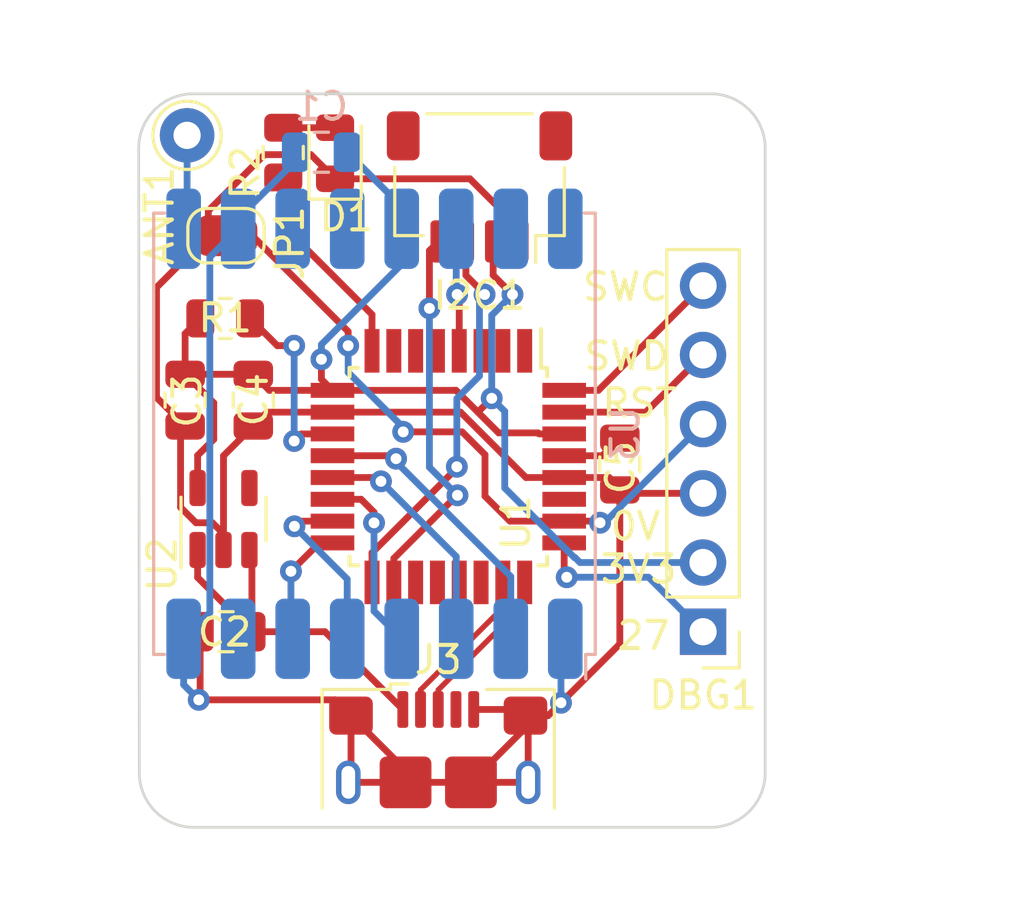
<source format=kicad_pcb>
(kicad_pcb (version 20221018) (generator pcbnew)
  (layers (0 "F.Cu" signal) (31 "B.Cu" signal) (34 "B.Paste" user) (35 "F.Paste" user) (36 "B.SilkS" user "B.Silkscreen") (37 "F.SilkS" user "F.Silkscreen") (38 "B.Mask" user) (39 "F.Mask" user) (44 "Edge.Cuts" user))
  (net 0 "")
  (net 1 "+5V")
  (net 2 "GND")
  (net 3 "+3.3V")
  (net 4 "Net-(U1-VDDCORE)")
  (net 5 "/SWDIO")
  (net 6 "/SDA")
  (net 7 "/SCL")
  (net 8 "/D-")
  (net 9 "/D+")
  (net 20 "/RESET")
  (net 21 "/PA27")
  (net 22 "/SWCLK")
  (net 24 "/MISO")
  (net 25 "/MOSI")
  (net 26 "/SCK")
  (net 27 "/CSN")
  (net 28 "/RST")
  (net 30 "/ANT")
  (net 33 "/INTR")
  (net 36 "Net-(D1-A)")
  (net 38 "Net-(U1-PA08)")
  (net 39 "Net-(U1-PA07)")
  (footprint "Jumper:SolderJumper-2_P1.3mm_Open_RoundedPad1.0x1.5mm" (layer "F.Cu") (at 133 84.963)
    (fp_text reference "JP1" (at 2.3312 0.2794 90) (layer "F.SilkS"))
    (fp_text value "SolderJumper_2_Open")
    (fp_line (start -1.4 0.3) (end -1.4 -0.3) (stroke (width 0.12)) (layer "F.SilkS"))
    (fp_line (start -0.7 -1) (end 0.7 -1) (stroke (width 0.12)) (layer "F.SilkS"))
    (fp_line (start 0.7 1) (end -0.7 1) (stroke (width 0.12)) (layer "F.SilkS"))
    (fp_line (start 1.4 -0.3) (end 1.4 0.3) (stroke (width 0.12)) (layer "F.SilkS"))
    (fp_arc (start -1.4 -0.3) (mid -1.194975 -0.794975) (end -0.7 -1) (stroke (width 0.12)) (layer "F.SilkS"))
    (fp_arc (start -0.7 1) (mid -1.194975 0.794975) (end -1.4 0.3) (stroke (width 0.12)) (layer "F.SilkS"))
    (fp_arc (start 0.7 -1) (mid 1.194975 -0.794975) (end 1.4 -0.3) (stroke (width 0.12)) (layer "F.SilkS"))
    (fp_arc (start 1.4 0.3) (mid 1.194975 0.794975) (end 0.7 1) (stroke (width 0.12)) (layer "F.SilkS"))
    (pad "1" smd custom (at -0.65 0) (size 1 0.5) (layers "F.Cu" "F.Mask") (net 2 "GND") (options (clearance outline) (anchor rect)) (primitives (gr_circle (center 0 0.25) (end 0.5 0.25) (width 0) (fill yes)) (gr_circle (center 0 -0.25) (end 0.5 -0.25) (width 0) (fill yes)) (gr_poly (pts (xy 0.5 0.75) (xy 0 0.75) (xy 0 -0.75) (xy 0.5 -0.75)) (width 0) (fill yes))))
    (pad "2" smd custom (at 0.65 0) (size 1 0.5) (layers "F.Cu" "F.Mask") (net 20 "/RESET") (options (clearance outline) (anchor rect)) (primitives (gr_circle (center 0 0.25) (end 0.5 0.25) (width 0) (fill yes)) (gr_circle (center 0 -0.25) (end 0.5 -0.25) (width 0) (fill yes)) (gr_poly (pts (xy 0 0.75) (xy -0.5 0.75) (xy -0.5 -0.75) (xy 0 -0.75)) (width 0) (fill yes))))
  )
  (footprint "Capacitor_SMD:C_0805_2012Metric" (layer "F.Cu") (at 133 99.5 180)
    (fp_text reference "C2" (at 0.0564 -0.0172) (layer "F.SilkS"))
    (fp_text value "10uF")
    (fp_line (start -0.261252 -0.735) (end 0.261252 -0.735) (stroke (width 0.12)) (layer "F.SilkS"))
    (fp_line (start -0.261252 0.735) (end 0.261252 0.735) (stroke (width 0.12)) (layer "F.SilkS"))
    (pad "1" smd roundrect (at -0.95 0 180) (size 1 1.45) (layers "F.Cu" "F.Paste" "F.Mask") (net 1 "+5V"))
    (pad "2" smd roundrect (at 0.95 0 180) (size 1 1.45) (layers "F.Cu" "F.Paste" "F.Mask") (net 2 "GND"))
  )
  (footprint "Connector_Pin:Pin_D1.0mm_L10.0mm" (layer "F.Cu") (at 131.572 81.28)
    (fp_text reference "ANT1" (at -1.016 2.9464 90) (layer "F.SilkS"))
    (fp_text value "Conn_01x01_Pin")
    (fp_circle (center 0 0) (end 1.25 0.05) (stroke (width 0.12)) (fill none) (layer "F.SilkS"))
    (pad "1" thru_hole circle (at 0 0) (size 2 2) (drill 1) (layers "*.Cu" "*.Mask") (net 30 "/ANT"))
  )
  (footprint "Resistor_SMD:R_0805_2012Metric" (layer "F.Cu") (at 135.1 81.9125 -90)
    (fp_text reference "R2" (at 0.7391 1.3944 90) (layer "F.SilkS"))
    (fp_text value "5.1k")
    (fp_line (start -0.227064 -0.735) (end 0.227064 -0.735) (stroke (width 0.12)) (layer "F.SilkS"))
    (fp_line (start -0.227064 0.735) (end 0.227064 0.735) (stroke (width 0.12)) (layer "F.SilkS"))
    (pad "1" smd roundrect (at -0.9125 0 270) (size 1.025 1.4) (layers "F.Cu" "F.Paste" "F.Mask") (roundrect_rratio 0.243902) (net 36 "Net-(D1-A)"))
    (pad "2" smd roundrect (at 0.9125 0 270) (size 1.025 1.4) (layers "F.Cu" "F.Paste" "F.Mask") (roundrect_rratio 0.243902) (net 39 "Net-(U1-PA07)"))
  )
  (footprint "MountingHole:MountingHole_2.2mm_M2" (layer "F.Cu") (at 150 104)
    (fp_text reference "H3" hide)
    (fp_text value "MountingHole")
    (pad "" np_thru_hole circle (at 0 0) (size 2.2 2.2) (drill 2.2) (layers "*.Cu" "*.Mask"))
  )
  (footprint "LED_SMD:LED_0805_2012Metric" (layer "F.Cu") (at 137 81.9375 90)
    (fp_text reference "D1" (at -2.3397 0.414 180) (layer "F.SilkS"))
    (fp_text value "LED")
    (fp_line (start -1.685 -0.96) (end -1.685 0.96) (stroke (width 0.12)) (layer "F.SilkS"))
    (fp_line (start -1.685 0.96) (end 1 0.96) (stroke (width 0.12)) (layer "F.SilkS"))
    (fp_line (start 1 -0.96) (end -1.685 -0.96) (stroke (width 0.12)) (layer "F.SilkS"))
    (pad "1" smd roundrect (at -0.9375 0 90) (size 0.975 1.4) (layers "F.Cu" "F.Paste" "F.Mask") (net 2 "GND"))
    (pad "2" smd roundrect (at 0.9375 0 90) (size 0.975 1.4) (layers "F.Cu" "F.Paste" "F.Mask") (net 36 "Net-(D1-A)"))
  )
  (footprint "Resistor_SMD:R_0805_2012Metric" (layer "F.Cu") (at 132.969 88)
    (fp_text reference "R1" (at 0 -0.0144) (layer "F.SilkS"))
    (fp_text value "5.1k")
    (fp_line (start -0.227064 -0.735) (end 0.227064 -0.735) (stroke (width 0.12)) (layer "F.SilkS"))
    (fp_line (start -0.227064 0.735) (end 0.227064 0.735) (stroke (width 0.12)) (layer "F.SilkS"))
    (pad "1" smd roundrect (at -0.9125 0) (size 1.025 1.4) (layers "F.Cu" "F.Paste" "F.Mask") (roundrect_rratio 0.243902) (net 3 "+3.3V"))
    (pad "2" smd roundrect (at 0.9125 0) (size 1.025 1.4) (layers "F.Cu" "F.Paste" "F.Mask") (roundrect_rratio 0.243902) (net 38 "Net-(U1-PA08)"))
  )
  (footprint "Capacitor_SMD:C_0805_2012Metric" (layer "F.Cu") (at 147.447 93.345 -90)
    (fp_text reference "C5" (at 0.127 -0.0254 90) (layer "F.SilkS"))
    (fp_text value "1uF")
    (fp_line (start -0.261252 -0.735) (end 0.261252 -0.735) (stroke (width 0.12)) (layer "F.SilkS"))
    (fp_line (start -0.261252 0.735) (end 0.261252 0.735) (stroke (width 0.12)) (layer "F.SilkS"))
    (pad "1" smd roundrect (at -0.95 0 270) (size 1 1.45) (layers "F.Cu" "F.Paste" "F.Mask") (net 4 "Net-(U1-VDDCORE)"))
    (pad "2" smd roundrect (at 0.95 0 270) (size 1 1.45) (layers "F.Cu" "F.Paste" "F.Mask") (net 2 "GND"))
  )
  (footprint "Connector_PinHeader_2.54mm:PinHeader_1x06_P2.54mm_Vertical" (layer "F.Cu") (at 150.5 99.5 180)
    (fp_text reference "DBG1" (at 0 -2.33) (layer "F.SilkS"))
    (fp_text value "Conn_01x06_Pin")
    (fp_line (start -1.33 -1.33) (end 0 -1.33) (stroke (width 0.12)) (layer "F.SilkS"))
    (fp_line (start -1.33 0) (end -1.33 -1.33) (stroke (width 0.12)) (layer "F.SilkS"))
    (fp_line (start -1.33 1.27) (end -1.33 14.03) (stroke (width 0.12)) (layer "F.SilkS"))
    (fp_line (start -1.33 1.27) (end 1.33 1.27) (stroke (width 0.12)) (layer "F.SilkS"))
    (fp_line (start -1.33 14.03) (end 1.33 14.03) (stroke (width 0.12)) (layer "F.SilkS"))
    (fp_line (start 1.33 1.27) (end 1.33 14.03) (stroke (width 0.12)) (layer "F.SilkS"))
    (pad "1" thru_hole rect (at 0 0 180) (size 1.7 1.7) (drill 1) (layers "*.Cu" "*.Mask") (net 21 "/PA27"))
    (pad "2" thru_hole oval (at 0 2.54 180) (size 1.7 1.7) (drill 1) (layers "*.Cu" "*.Mask") (net 3 "+3.3V"))
    (pad "3" thru_hole oval (at 0 5.08 180) (size 1.7 1.7) (drill 1) (layers "*.Cu" "*.Mask") (net 2 "GND"))
    (pad "4" thru_hole oval (at 0 7.62 180) (size 1.7 1.7) (drill 1) (layers "*.Cu" "*.Mask") (net 20 "/RESET"))
    (pad "5" thru_hole oval (at 0 10.16 180) (size 1.7 1.7) (drill 1) (layers "*.Cu" "*.Mask") (net 5 "/SWDIO"))
    (pad "6" thru_hole oval (at 0 12.7 180) (size 1.7 1.7) (drill 1) (layers "*.Cu" "*.Mask") (net 22 "/SWCLK"))
  )
  (footprint "Package_TO_SOT_SMD:SOT-23-5" (layer "F.Cu") (at 132.908 95.3625 90)
    (fp_text reference "U2" (at -1.6655 -2.2504 90) (layer "F.SilkS"))
    (fp_text value "AP2112K-3.3")
    (fp_line (start 0 -1.56) (end -1.8 -1.56) (stroke (width 0.12)) (layer "F.SilkS"))
    (fp_line (start 0 -1.56) (end 0.8 -1.56) (stroke (width 0.12)) (layer "F.SilkS"))
    (fp_line (start 0 1.56) (end -0.8 1.56) (stroke (width 0.12)) (layer "F.SilkS"))
    (fp_line (start 0 1.56) (end 0.8 1.56) (stroke (width 0.12)) (layer "F.SilkS"))
    (pad "1" smd roundrect (at -1.1375 -0.95 90) (size 1.325 0.6) (layers "F.Cu" "F.Paste" "F.Mask") (net 1 "+5V"))
    (pad "2" smd roundrect (at -1.1375 0 90) (size 1.325 0.6) (layers "F.Cu" "F.Paste" "F.Mask") (net 2 "GND"))
    (pad "3" smd roundrect (at -1.1375 0.95 90) (size 1.325 0.6) (layers "F.Cu" "F.Paste" "F.Mask") (net 1 "+5V"))
    (pad "4" smd roundrect (at 1.1375 0.95 90) (size 1.325 0.6) (layers "F.Cu" "F.Paste" "F.Mask"))
    (pad "5" smd roundrect (at 1.1375 -0.95 90) (size 1.325 0.6) (layers "F.Cu" "F.Paste" "F.Mask") (net 3 "+3.3V"))
  )
  (footprint "MountingHole:MountingHole_2.2mm_M2" (layer "F.Cu") (at 150 82.5)
    (fp_text reference "H1" hide)
    (fp_text value "MountingHole")
    (pad "" np_thru_hole circle (at 0 0) (size 2.2 2.2) (drill 2.2) (layers "*.Cu" "*.Mask"))
  )
  (footprint "Connector_USB:USB_Micro-B_Amphenol_10118193-0001LF_Horizontal" (layer "F.Cu") (at 140.786 105.029)
    (fp_text reference "J3" (at 0 -4.5) (layer "F.SilkS"))
    (fp_text value "USB_B_Micro")
    (fp_line (start -4.26 -3.41) (end -4.26 0.95) (stroke (width 0.12)) (layer "F.SilkS"))
    (fp_line (start -4.26 -3.41) (end -1.76 -3.41) (stroke (width 0.12)) (layer "F.SilkS"))
    (fp_line (start -1.76 -3.41) (end -1.76 -3.61) (stroke (width 0.12)) (layer "F.SilkS"))
    (fp_line (start -1.1 -3.61) (end -1.76 -3.61) (stroke (width 0.12)) (layer "F.SilkS"))
    (fp_line (start 1.76 -3.41) (end 4.26 -3.41) (stroke (width 0.12)) (layer "F.SilkS"))
    (fp_line (start 4.26 -3.41) (end 4.26 0.95) (stroke (width 0.12)) (layer "F.SilkS"))
    (pad "1" smd roundrect (at -1.3 -2.675) (size 0.4 1.35) (layers "F.Cu" "F.Paste" "F.Mask") (net 1 "+5V"))
    (pad "2" smd roundrect (at -0.65 -2.675) (size 0.4 1.35) (layers "F.Cu" "F.Paste" "F.Mask") (net 8 "/D-"))
    (pad "3" smd roundrect (at 0 -2.675) (size 0.4 1.35) (layers "F.Cu" "F.Paste" "F.Mask") (net 9 "/D+"))
    (pad "4" smd roundrect (at 0.65 -2.675) (size 0.4 1.35) (layers "F.Cu" "F.Paste" "F.Mask"))
    (pad "5" smd roundrect (at 1.3 -2.675) (size 0.4 1.35) (layers "F.Cu" "F.Paste" "F.Mask") (net 2 "GND"))
    (pad "6" thru_hole oval (at -3.3 0 90) (size 1.6 0.9) (drill oval 1.2 0.5) (layers "*.Cu" "*.Mask" "F.Paste") (net 2 "GND"))
    (pad "6" smd roundrect (at -3.2 -2.45) (size 1.6 1.4) (layers "F.Cu" "F.Paste" "F.Mask") (roundrect_rratio 0.1785714286) (net 2 "GND"))
    (pad "6" smd roundrect (at -1.2 0) (size 1.9 1.9) (layers "F.Cu" "F.Paste" "F.Mask") (roundrect_rratio 0.1315789474) (net 2 "GND"))
    (pad "6" smd roundrect (at 1.2 0) (size 1.9 1.9) (layers "F.Cu" "F.Paste" "F.Mask") (roundrect_rratio 0.1315789474) (net 2 "GND"))
    (pad "6" smd roundrect (at 3.2 -2.45) (size 1.6 1.4) (layers "F.Cu" "F.Paste" "F.Mask") (roundrect_rratio 0.1785714286) (net 2 "GND"))
    (pad "6" thru_hole oval (at 3.3 0 90) (size 1.6 0.9) (drill oval 1.2 0.5) (layers "*.Cu" "*.Mask" "F.Paste") (net 2 "GND"))
  )
  (footprint "MountingHole:MountingHole_2.2mm_M2" (layer "F.Cu") (at 132.5 104)
    (fp_text reference "H4" hide)
    (fp_text value "MountingHole")
    (pad "" np_thru_hole circle (at 0 0) (size 2.2 2.2) (drill 2.2) (layers "*.Cu" "*.Mask"))
  )
  (footprint "Connector_JST:JST_SH_SM04B-SRSS-TB_1x04-1MP_P1.00mm_Horizontal" (layer "F.Cu") (at 142.3 83.175 180)
    (fp_text reference "I2C1" (at 0 -3.98) (layer "F.SilkS"))
    (fp_text value "Conn_01x04")
    (fp_line (start -3.11 -1.785) (end -2.06 -1.785) (stroke (width 0.12)) (layer "F.SilkS"))
    (fp_line (start -3.11 0.715) (end -3.11 -1.785) (stroke (width 0.12)) (layer "F.SilkS"))
    (fp_line (start -2.06 -1.785) (end -2.06 -2.775) (stroke (width 0.12)) (layer "F.SilkS"))
    (fp_line (start -1.94 2.685) (end 1.94 2.685) (stroke (width 0.12)) (layer "F.SilkS"))
    (fp_line (start 3.11 -1.785) (end 2.06 -1.785) (stroke (width 0.12)) (layer "F.SilkS"))
    (fp_line (start 3.11 0.715) (end 3.11 -1.785) (stroke (width 0.12)) (layer "F.SilkS"))
    (pad "1" smd roundrect (at -1.5 -2 180) (size 0.6 1.55) (layers "F.Cu" "F.Paste" "F.Mask") (net 2 "GND"))
    (pad "2" smd roundrect (at -0.5 -2 180) (size 0.6 1.55) (layers "F.Cu" "F.Paste" "F.Mask") (net 3 "+3.3V"))
    (pad "3" smd roundrect (at 0.5 -2 180) (size 0.6 1.55) (layers "F.Cu" "F.Paste" "F.Mask") (net 6 "/SDA"))
    (pad "4" smd roundrect (at 1.5 -2 180) (size 0.6 1.55) (layers "F.Cu" "F.Paste" "F.Mask") (net 7 "/SCL"))
    (pad "MP" smd roundrect (at -2.8 1.875 180) (size 1.2 1.8) (layers "F.Cu" "F.Paste" "F.Mask") (roundrect_rratio 0.208333))
    (pad "MP" smd roundrect (at 2.8 1.875 180) (size 1.2 1.8) (layers "F.Cu" "F.Paste" "F.Mask") (roundrect_rratio 0.208333))
  )
  (footprint "Capacitor_SMD:C_0805_2012Metric" (layer "F.Cu") (at 134 91 -90)
    (fp_text reference "C4" (at -0.0172 -0.0104 90) (layer "F.SilkS"))
    (fp_text value "1uF")
    (fp_line (start -0.261252 -0.735) (end 0.261252 -0.735) (stroke (width 0.12)) (layer "F.SilkS"))
    (fp_line (start -0.261252 0.735) (end 0.261252 0.735) (stroke (width 0.12)) (layer "F.SilkS"))
    (pad "1" smd roundrect (at -0.95 0 270) (size 1 1.45) (layers "F.Cu" "F.Paste" "F.Mask") (net 3 "+3.3V"))
    (pad "2" smd roundrect (at 0.95 0 270) (size 1 1.45) (layers "F.Cu" "F.Paste" "F.Mask") (net 2 "GND"))
  )
  (footprint "Package_QFP:TQFP-32_7x7mm_P0.8mm" (layer "F.Cu") (at 141.156 93.44 -90)
    (fp_text reference "U1" (at 2.064 -2.481 90) (layer "F.SilkS"))
    (fp_text value "ATSAMD21E18A-A")
    (fp_line (start -3.625 -3.625) (end -3.625 -3.4) (stroke (width 0.15)) (layer "F.SilkS"))
    (fp_line (start -3.625 -3.625) (end -3.3 -3.625) (stroke (width 0.15)) (layer "F.SilkS"))
    (fp_line (start -3.625 -3.4) (end -5.05 -3.4) (stroke (width 0.15)) (layer "F.SilkS"))
    (fp_line (start -3.625 3.625) (end -3.625 3.3) (stroke (width 0.15)) (layer "F.SilkS"))
    (fp_line (start -3.625 3.625) (end -3.3 3.625) (stroke (width 0.15)) (layer "F.SilkS"))
    (fp_line (start 3.625 -3.625) (end 3.3 -3.625) (stroke (width 0.15)) (layer "F.SilkS"))
    (fp_line (start 3.625 -3.625) (end 3.625 -3.3) (stroke (width 0.15)) (layer "F.SilkS"))
    (fp_line (start 3.625 3.625) (end 3.3 3.625) (stroke (width 0.15)) (layer "F.SilkS"))
    (fp_line (start 3.625 3.625) (end 3.625 3.3) (stroke (width 0.15)) (layer "F.SilkS"))
    (pad "1" smd rect (at -4.25 -2.8 270) (size 1.6 0.55) (layers "F.Cu" "F.Paste" "F.Mask"))
    (pad "2" smd rect (at -4.25 -2 270) (size 1.6 0.55) (layers "F.Cu" "F.Paste" "F.Mask"))
    (pad "3" smd rect (at -4.25 -1.2 270) (size 1.6 0.55) (layers "F.Cu" "F.Paste" "F.Mask"))
    (pad "4" smd rect (at -4.25 -0.4 270) (size 1.6 0.55) (layers "F.Cu" "F.Paste" "F.Mask") (net 33 "/INTR"))
    (pad "5" smd rect (at -4.25 0.4 270) (size 1.6 0.55) (layers "F.Cu" "F.Paste" "F.Mask"))
    (pad "6" smd rect (at -4.25 1.2 270) (size 1.6 0.55) (layers "F.Cu" "F.Paste" "F.Mask"))
    (pad "7" smd rect (at -4.25 2 270) (size 1.6 0.55) (layers "F.Cu" "F.Paste" "F.Mask"))
    (pad "8" smd rect (at -4.25 2.8 270) (size 1.6 0.55) (layers "F.Cu" "F.Paste" "F.Mask") (net 39 "Net-(U1-PA07)"))
    (pad "9" smd rect (at -2.8 4.25) (size 1.6 0.55) (layers "F.Cu" "F.Paste" "F.Mask") (net 3 "+3.3V"))
    (pad "10" smd rect (at -2 4.25) (size 1.6 0.55) (layers "F.Cu" "F.Paste" "F.Mask") (net 2 "GND"))
    (pad "11" smd rect (at -1.2 4.25) (size 1.6 0.55) (layers "F.Cu" "F.Paste" "F.Mask") (net 38 "Net-(U1-PA08)"))
    (pad "12" smd rect (at -0.4 4.25) (size 1.6 0.55) (layers "F.Cu" "F.Paste" "F.Mask") (net 24 "/MISO"))
    (pad "13" smd rect (at 0.4 4.25) (size 1.6 0.55) (layers "F.Cu" "F.Paste" "F.Mask") (net 25 "/MOSI"))
    (pad "14" smd rect (at 1.2 4.25) (size 1.6 0.55) (layers "F.Cu" "F.Paste" "F.Mask") (net 26 "/SCK"))
    (pad "15" smd rect (at 2 4.25) (size 1.6 0.55) (layers "F.Cu" "F.Paste" "F.Mask") (net 27 "/CSN"))
    (pad "16" smd rect (at 2.8 4.25) (size 1.6 0.55) (layers "F.Cu" "F.Paste" "F.Mask") (net 28 "/RST"))
    (pad "17" smd rect (at 4.25 2.8 270) (size 1.6 0.55) (layers "F.Cu" "F.Paste" "F.Mask") (net 6 "/SDA"))
    (pad "18" smd rect (at 4.25 2 270) (size 1.6 0.55) (layers "F.Cu" "F.Paste" "F.Mask") (net 7 "/SCL"))
    (pad "19" smd rect (at 4.25 1.2 270) (size 1.6 0.55) (layers "F.Cu" "F.Paste" "F.Mask"))
    (pad "20" smd rect (at 4.25 0.4 270) (size 1.6 0.55) (layers "F.Cu" "F.Paste" "F.Mask"))
    (pad "21" smd rect (at 4.25 -0.4 270) (size 1.6 0.55) (layers "F.Cu" "F.Paste" "F.Mask"))
    (pad "22" smd rect (at 4.25 -1.2 270) (size 1.6 0.55) (layers "F.Cu" "F.Paste" "F.Mask"))
    (pad "23" smd rect (at 4.25 -2 270) (size 1.6 0.55) (layers "F.Cu" "F.Paste" "F.Mask") (net 8 "/D-"))
    (pad "24" smd rect (at 4.25 -2.8 270) (size 1.6 0.55) (layers "F.Cu" "F.Paste" "F.Mask") (net 9 "/D+"))
    (pad "25" smd rect (at 2.8 -4.25) (size 1.6 0.55) (layers "F.Cu" "F.Paste" "F.Mask") (net 21 "/PA27"))
    (pad "26" smd rect (at 2 -4.25) (size 1.6 0.55) (layers "F.Cu" "F.Paste" "F.Mask") (net 20 "/RESET"))
    (pad "27" smd rect (at 1.2 -4.25) (size 1.6 0.55) (layers "F.Cu" "F.Paste" "F.Mask"))
    (pad "28" smd rect (at 0.4 -4.25) (size 1.6 0.55) (layers "F.Cu" "F.Paste" "F.Mask") (net 2 "GND"))
    (pad "29" smd rect (at -0.4 -4.25) (size 1.6 0.55) (layers "F.Cu" "F.Paste" "F.Mask") (net 4 "Net-(U1-VDDCORE)"))
    (pad "30" smd rect (at -1.2 -4.25) (size 1.6 0.55) (layers "F.Cu" "F.Paste" "F.Mask") (net 3 "+3.3V"))
    (pad "31" smd rect (at -2 -4.25) (size 1.6 0.55) (layers "F.Cu" "F.Paste" "F.Mask") (net 5 "/SWDIO"))
    (pad "32" smd rect (at -2.8 -4.25) (size 1.6 0.55) (layers "F.Cu" "F.Paste" "F.Mask") (net 22 "/SWCLK"))
  )
  (footprint "Capacitor_SMD:C_0805_2012Metric" (layer "F.Cu") (at 131.5 91 -90)
    (fp_text reference "C3" (at 0.0336 -0.072 90) (layer "F.SilkS"))
    (fp_text value "10uF")
    (fp_line (start -0.261252 -0.735) (end 0.261252 -0.735) (stroke (width 0.12)) (layer "F.SilkS"))
    (fp_line (start -0.261252 0.735) (end 0.261252 0.735) (stroke (width 0.12)) (layer "F.SilkS"))
    (pad "1" smd roundrect (at -0.95 0 270) (size 1 1.45) (layers "F.Cu" "F.Paste" "F.Mask") (net 3 "+3.3V"))
    (pad "2" smd roundrect (at 0.95 0 270) (size 1 1.45) (layers "F.Cu" "F.Paste" "F.Mask") (net 2 "GND"))
  )
  (footprint "RF_Module:HOPERF_RFM9XW_SMD" (layer "B.Cu") (at 138.446 92.234 90)
    (fp_text reference "U3" (at 0 9.2 90) (layer "B.SilkS") (effects (justify mirror)))
    (fp_text value "RFM69HCW")
    (fp_line (start -8.1 -8.1) (end 8.1 -8.1) (stroke (width 0.12)) (layer "B.SilkS"))
    (fp_line (start -8.1 -7.7) (end -8.1 -8.1) (stroke (width 0.12)) (layer "B.SilkS"))
    (fp_line (start -8.1 7.75) (end -9 7.75) (stroke (width 0.12)) (layer "B.SilkS"))
    (fp_line (start -8.1 8.1) (end -8.1 7.75) (stroke (width 0.12)) (layer "B.SilkS"))
    (fp_line (start -8.1 8.1) (end 8.1 8.1) (stroke (width 0.12)) (layer "B.SilkS"))
    (fp_line (start 8.1 -8.1) (end 8.1 -7.7) (stroke (width 0.12)) (layer "B.SilkS"))
    (fp_line (start 8.1 8.1) (end 8.1 7.7) (stroke (width 0.12)) (layer "B.SilkS"))
    (pad "1" smd roundrect (at -7.525 7 90) (size 2.95 1.27) (layers "B.Cu" "B.Paste" "B.Mask") (net 2 "GND"))
    (pad "2" smd roundrect (at -7.525 5 90) (size 2.95 1.27) (layers "B.Cu" "B.Paste" "B.Mask") (net 24 "/MISO"))
    (pad "3" smd roundrect (at -7.525 3 90) (size 2.95 1.27) (layers "B.Cu" "B.Paste" "B.Mask") (net 25 "/MOSI"))
    (pad "4" smd roundrect (at -7.525 1 90) (size 2.95 1.27) (layers "B.Cu" "B.Paste" "B.Mask") (net 26 "/SCK"))
    (pad "5" smd roundrect (at -7.525 -1 90) (size 2.95 1.27) (layers "B.Cu" "B.Paste" "B.Mask") (net 27 "/CSN"))
    (pad "6" smd roundrect (at -7.525 -3 90) (size 2.95 1.27) (layers "B.Cu" "B.Paste" "B.Mask") (net 28 "/RST"))
    (pad "7" smd roundrect (at -7.525 -5 90) (size 2.95 1.27) (layers "B.Cu" "B.Paste" "B.Mask"))
    (pad "8" smd roundrect (at -7.525 -7 90) (size 2.95 1.27) (layers "B.Cu" "B.Paste" "B.Mask") (net 2 "GND"))
    (pad "9" smd roundrect (at 7.525 -7 90) (size 2.95 1.27) (layers "B.Cu" "B.Paste" "B.Mask") (net 30 "/ANT"))
    (pad "10" smd roundrect (at 7.525 -5 90) (size 2.95 1.27) (layers "B.Cu" "B.Paste" "B.Mask") (net 2 "GND"))
    (pad "11" smd roundrect (at 7.525 -3 90) (size 2.95 1.27) (layers "B.Cu" "B.Paste" "B.Mask"))
    (pad "12" smd roundrect (at 7.525 -1 90) (size 2.95 1.27) (layers "B.Cu" "B.Paste" "B.Mask"))
    (pad "13" smd roundrect (at 7.525 1 90) (size 2.95 1.27) (layers "B.Cu" "B.Paste" "B.Mask") (net 3 "+3.3V"))
    (pad "14" smd roundrect (at 7.525 3 90) (size 2.95 1.27) (layers "B.Cu" "B.Paste" "B.Mask") (net 33 "/INTR"))
    (pad "15" smd roundrect (at 7.525 5 90) (size 2.95 1.27) (layers "B.Cu" "B.Paste" "B.Mask"))
    (pad "16" smd roundrect (at 7.525 7 90) (size 2.95 1.27) (layers "B.Cu" "B.Paste" "B.Mask"))
  )
  (footprint "Capacitor_SMD:C_0805_2012Metric" (layer "B.Cu") (at 136.5 81.9 180)
    (fp_text reference "C1" (at 0 1.68) (layer "B.SilkS") (effects (justify mirror)))
    (fp_text value "0.1uF")
    (fp_line (start -0.261252 -0.735) (end 0.261252 -0.735) (stroke (width 0.12)) (layer "B.SilkS"))
    (fp_line (start -0.261252 0.735) (end 0.261252 0.735) (stroke (width 0.12)) (layer "B.SilkS"))
    (pad "1" smd roundrect (at -0.95 0 180) (size 1 1.45) (layers "B.Cu" "B.Paste" "B.Mask") (net 3 "+3.3V"))
    (pad "2" smd roundrect (at 0.95 0 180) (size 1 1.45) (layers "B.Cu" "B.Paste" "B.Mask") (net 2 "GND"))
  )
  (gr_arc (start 129.796082 81.75808) (mid 130.381132 80.342522) (end 131.796081 79.756) (stroke (width 0.1)) (layer "Edge.Cuts"))
  (gr_line (start 131.819921 106.68) (end 150.781 106.68) (stroke (width 0.1)) (layer "Edge.Cuts"))
  (gr_arc (start 131.819921 106.68) (mid 130.406443 106.094949) (end 129.819922 104.68208) (stroke (width 0.1)) (layer "Edge.Cuts"))
  (gr_arc (start 150.781 79.756) (mid 152.195214 80.341786) (end 152.781 81.756) (stroke (width 0.1)) (layer "Edge.Cuts"))
  (gr_arc (start 152.781 104.68) (mid 152.195214 106.094214) (end 150.781 106.68) (stroke (width 0.1)) (layer "Edge.Cuts"))
  (gr_line (start 129.819922 104.68208) (end 129.796082 81.75808) (stroke (width 0.1)) (layer "Edge.Cuts"))
  (gr_line (start 131.796081 79.756) (end 150.781 79.756) (stroke (width 0.1)) (layer "Edge.Cuts"))
  (gr_line (start 152.781 81.756) (end 152.781 104.68) (stroke (width 0.1)) (layer "Edge.Cuts"))
  (gr_text "SWC" (at 145.9992 87.4268) (layer "F.SilkS") (effects (font (size 1 1)) (justify left bottom)))
  (gr_text "27" (at 147.2692 100.2284) (layer "F.SilkS") (effects (font (size 1 1)) (justify left bottom)))
  (gr_text "RST" (at 146.7104 91.694) (layer "F.SilkS") (effects (font (size 1 1)) (justify left bottom)))
  (gr_text "SWD" (at 146.05 89.9668) (layer "F.SilkS") (effects (font (size 1 1)) (justify left bottom)))
  (gr_text "0V" (at 147.0152 96.2152) (layer "F.SilkS") (effects (font (size 1 1)) (justify left bottom)))
  (gr_text "3V3\n" (at 146.6596 97.79) (layer "F.SilkS") (effects (font (size 1 1)) (justify left bottom)))
  (segment (start 136.632 99.5) (end 139.486 102.354) (width 0.25) (layer "F.Cu") (net 1))
  (segment (start 133.95 99.5) (end 131.958 97.508) (width 0.25) (layer "F.Cu") (net 1))
  (segment (start 133.95 96.592) (end 133.858 96.5) (width 0.25) (layer "F.Cu") (net 1))
  (segment (start 133.95 99.5) (end 136.632 99.5) (width 0.25) (layer "F.Cu") (net 1))
  (segment (start 133.95 99.5) (end 133.95 96.592) (width 0.25) (layer "F.Cu") (net 1))
  (segment (start 131.958 97.508) (end 131.958 96.5) (width 0.25) (layer "F.Cu") (net 1))
  (segment (start 147.572 94.42) (end 150.5 94.42) (width 0.25) (layer "F.Cu") (net 2))
  (segment (start 144.086 102.679) (end 143.986 102.579) (width 0.25) (layer "F.Cu") (net 2))
  (segment (start 134 91.95) (end 134.51 91.44) (width 0.25) (layer "F.Cu") (net 2))
  (segment (start 143.761 102.354) (end 143.986 102.579) (width 0.25) (layer "F.Cu") (net 2))
  (segment (start 141.986 105.029) (end 143.986 103.029) (width 0.25) (layer "F.Cu") (net 2))
  (segment (start 132.908 93.042) (end 134 91.95) (width 0.25) (layer "F.Cu") (net 2))
  (segment (start 137.586 102.579) (end 139.586 104.579) (width 0.25) (layer "F.Cu") (net 2))
  (segment (start 147.447 99.949) (end 147.447 94.295) (width 0.25) (layer "F.Cu") (net 2))
  (segment (start 143.986 103.029) (end 143.986 102.579) (width 0.25) (layer "F.Cu") (net 2))
  (segment (start 131.898749 95.5) (end 132.5 95.5) (width 0.25) (layer "F.Cu") (net 2))
  (segment (start 130.45 86.863) (end 132.35 84.963) (width 0.25) (layer "F.Cu") (net 2))
  (segment (start 131.5 91.95) (end 131.333 92.117) (width 0.25) (layer "F.Cu") (net 2))
  (segment (start 130.45 90.9) (end 130.45 86.863) (width 0.25) (layer "F.Cu") (net 2))
  (segment (start 137 82.875) (end 141.946751 82.875) (width 0.25) (layer "F.Cu") (net 2))
  (segment (start 141.946751 82.875) (end 143.8 84.728249) (width 0.25) (layer "F.Cu") (net 2))
  (segment (start 141.986 105.029) (end 144.086 105.029) (width 0.25) (layer "F.Cu") (net 2))
  (segment (start 139.586 105.029) (end 141.986 105.029) (width 0.25) (layer "F.Cu") (net 2))
  (segment (start 131.333 92.117) (end 131.333 94.934251) (width 0.25) (layer "F.Cu") (net 2))
  (segment (start 132.35 84.963) (end 132.35 84.049327) (width 0.25) (layer "F.Cu") (net 2))
  (segment (start 136.1125 81.9875) (end 137 82.875) (width 0.25) (layer "F.Cu") (net 2))
  (segment (start 144.086 105.029) (end 144.086 102.679) (width 0.25) (layer "F.Cu") (net 2))
  (segment (start 136.906 91.44) (end 141.603604 91.44) (width 0.25) (layer "F.Cu") (net 2))
  (segment (start 131.5 91.95) (end 130.45 90.9) (width 0.25) (layer "F.Cu") (net 2))
  (segment (start 137.586 104.929) (end 137.486 105.029) (width 0.25) (layer "F.Cu") (net 2))
  (segment (start 137.007 102) (end 137.586 102.579) (width 0.25) (layer "F.Cu") (net 2))
  (segment (start 134.51 91.44) (end 136.906 91.44) (width 0.25) (layer "F.Cu") (net 2))
  (segment (start 132.908 96.5) (end 132.908 93.042) (width 0.25) (layer "F.Cu") (net 2))
  (segment (start 132 102) (end 137.007 102) (width 0.25) (layer "F.Cu") (net 2))
  (segment (start 147.058 93.84) (end 145.406 93.84) (width 0.25) (layer "F.Cu") (net 2))
  (segment (start 132.5 95.5) (end 132.908 95.908) (width 0.25) (layer "F.Cu") (net 2))
  (segment (start 143.986 102.579) (end 144.817 102.579) (width 0.25) (layer "F.Cu") (net 2))
  (segment (start 144.003604 93.84) (end 145.406 93.84) (width 0.25) (layer "F.Cu") (net 2))
  (segment (start 144.817 102.579) (end 145.288 102.108) (width 0.25) (layer "F.Cu") (net 2))
  (segment (start 147.447 94.295) (end 147.572 94.42) (width 0.25) (layer "F.Cu") (net 2))
  (segment (start 147.447 94.295) (end 147.447 94.229) (width 0.25) (layer "F.Cu") (net 2))
  (segment (start 131.333 94.934251) (end 131.898749 95.5) (width 0.25) (layer "F.Cu") (net 2))
  (segment (start 134.411827 81.9875) (end 136.1125 81.9875) (width 0.25) (layer "F.Cu") (net 2))
  (segment (start 132.35 84.049327) (end 134.411827 81.9875) (width 0.25) (layer "F.Cu") (net 2))
  (segment (start 137.586 102.579) (end 137.586 104.929) (width 0.25) (layer "F.Cu") (net 2))
  (segment (start 132.908 95.908) (end 132.908 96.5) (width 0.25) (layer "F.Cu") (net 2))
  (segment (start 139.586 104.579) (end 139.586 105.029) (width 0.25) (layer "F.Cu") (net 2))
  (segment (start 132.05 101.95) (end 132.05 99.5) (width 0.25) (layer "F.Cu") (net 2))
  (segment (start 145.288 102.108) (end 147.447 99.949) (width 0.25) (layer "F.Cu") (net 2))
  (segment (start 141.603604 91.44) (end 144.003604 93.84) (width 0.25) (layer "F.Cu") (net 2))
  (segment (start 147.447 94.229) (end 147.058 93.84) (width 0.25) (layer "F.Cu") (net 2))
  (segment (start 142.086 102.354) (end 143.761 102.354) (width 0.25) (layer "F.Cu") (net 2))
  (segment (start 137.486 105.029) (end 139.586 105.029) (width 0.25) (layer "F.Cu") (net 2))
  (segment (start 132 102) (end 132.05 101.95) (width 0.25) (layer "F.Cu") (net 2))
  (segment (start 143.8 84.728249) (end 143.8 85.175) (width 0.25) (layer "F.Cu") (net 2))
  (via (at 132 102) (size 0.8) (drill 0.4) (layers "F.Cu" "B.Cu") (net 2))
  (via (at 145.288 102.108) (size 0.8) (drill 0.4) (layers "F.Cu" "B.Cu") (net 2))
  (segment (start 135.55 81.9) (end 135.55 82.221368) (width 0.25) (layer "B.Cu") (net 2))
  (segment (start 132.406 98.799) (end 132.406 85.749) (width 0.25) (layer "B.Cu") (net 2))
  (segment (start 145.446 99.759) (end 145.288 99.917) (width 0.25) (layer "B.Cu") (net 2))
  (segment (start 135.55 82.221368) (end 133.446 84.325368) (width 0.25) (layer "B.Cu") (net 2))
  (segment (start 145.288 99.917) (end 145.288 102.108) (width 0.25) (layer "B.Cu") (net 2))
  (segment (start 132 102) (end 131.446 101.446) (width 0.25) (layer "B.Cu") (net 2))
  (segment (start 131.446 101.446) (end 131.446 99.759) (width 0.25) (layer "B.Cu") (net 2))
  (segment (start 131.446 99.759) (end 132.406 98.799) (width 0.25) (layer "B.Cu") (net 2))
  (segment (start 133.446 84.325368) (end 133.446 84.709) (width 0.25) (layer "B.Cu") (net 2))
  (segment (start 132.406 85.749) (end 133.446 84.709) (width 0.25) (layer "B.Cu") (net 2))
  (segment (start 131.5 90.05) (end 131.5 88.5565) (width 0.25) (layer "F.Cu") (net 3))
  (segment (start 144.45 92.202) (end 143.002 92.202) (width 0.25) (layer "F.Cu") (net 3))
  (segment (start 144.488 92.24) (end 144.45 92.202) (width 0.25) (layer "F.Cu") (net 3))
  (segment (start 142.24 91.44) (end 141.44 90.64) (width 0.25) (layer "F.Cu") (net 3))
  (segment (start 132.55 91.1) (end 131.5 90.05) (width 0.25) (layer "F.Cu") (net 3))
  (segment (start 131.5 88.5565) (end 132.0565 88) (width 0.25) (layer "F.Cu") (net 3))
  (segment (start 134.59 90.64) (end 136.906 90.64) (width 0.25) (layer "F.Cu") (net 3))
  (segment (start 134 90.05) (end 134.59 90.64) (width 0.25) (layer "F.Cu") (net 3))
  (segment (start 131.958 94.225) (end 131.958 93.030173) (width 0.25) (layer "F.Cu") (net 3))
  (segment (start 131.958 93.030173) (end 132.55 92.438173) (width 0.25) (layer "F.Cu") (net 3))
  (segment (start 132.55 92.438173) (end 132.55 91.1) (width 0.25) (layer "F.Cu") (net 3))
  (segment (start 136.5 89.5) (end 136.5 90.234) (width 0.25) (layer "F.Cu") (net 3))
  (segment (start 142.8 86.412) (end 142.8 85.175) (width 0.25) (layer "F.Cu") (net 3))
  (segment (start 141.44 90.64) (end 136.906 90.64) (width 0.25) (layer "F.Cu") (net 3))
  (segment (start 136.5 90.234) (end 136.906 90.64) (width 0.25) (layer "F.Cu") (net 3))
  (segment (start 145.406 92.24) (end 144.488 92.24) (width 0.25) (layer "F.Cu") (net 3))
  (segment (start 142.748 90.932) (end 142.24 91.44) (width 0.25) (layer "F.Cu") (net 3))
  (segment (start 143.51 87.122) (end 142.8 86.412) (width 0.25) (layer "F.Cu") (net 3))
  (segment (start 131.5 90.05) (end 134 90.05) (width 0.25) (layer "F.Cu") (net 3))
  (segment (start 143.002 92.202) (end 142.24 91.44) (width 0.25) (layer "F.Cu") (net 3))
  (via (at 143.51 87.122) (size 0.8) (drill 0.4) (layers "F.Cu" "B.Cu") (net 3))
  (via (at 136.5 89.5) (size 0.8) (drill 0.4) (layers "F.Cu" "B.Cu") (net 3))
  (via (at 142.748 90.932) (size 0.8) (drill 0.4) (layers "F.Cu" "B.Cu") (net 3))
  (segment (start 145.800305 96.775) (end 145.775 96.775) (width 0.25) (layer "B.Cu") (net 3))
  (segment (start 136.5 89) (end 136.5 89.5) (width 0.25) (layer "B.Cu") (net 3))
  (segment (start 136.5 88.956193) (end 136.5 89) (width 0.25) (layer "B.Cu") (net 3))
  (segment (start 139.446 84.709) (end 139.446 86.010193) (width 0.25) (layer "B.Cu") (net 3))
  (segment (start 139.446 83.896) (end 139.446 84.709) (width 0.25) (layer "B.Cu") (net 3))
  (segment (start 139.446 86.010193) (end 136.5 88.956193) (width 0.25) (layer "B.Cu") (net 3))
  (segment (start 145.775 96.775) (end 143.225 94.225) (width 0.25) (layer "B.Cu") (net 3))
  (segment (start 137.45 81.9) (end 139.446 83.896) (width 0.25) (layer "B.Cu") (net 3))
  (segment (start 150.5 96.96) (end 145.985305 96.96) (width 0.25) (layer "B.Cu") (net 3))
  (segment (start 145.985305 96.96) (end 145.800305 96.775) (width 0.25) (layer "B.Cu") (net 3))
  (segment (start 142.748 87.884) (end 142.748 90.932) (width 0.25) (layer "B.Cu") (net 3))
  (segment (start 143.51 87.122) (end 142.748 87.884) (width 0.25) (layer "B.Cu") (net 3))
  (segment (start 143.225 94.225) (end 143.225 91.409) (width 0.25) (layer "B.Cu") (net 3))
  (segment (start 143.225 91.409) (end 142.748 90.932) (width 0.25) (layer "B.Cu") (net 3))
  (segment (start 146.802 93.04) (end 145.406 93.04) (width 0.25) (layer "F.Cu") (net 4))
  (segment (start 147.447 92.395) (end 146.802 93.04) (width 0.25) (layer "F.Cu") (net 4))
  (segment (start 145.406 91.44) (end 148.4 91.44) (width 0.25) (layer "F.Cu") (net 5))
  (segment (start 148.4 91.44) (end 150.5 89.34) (width 0.25) (layer "F.Cu") (net 5))
  (segment (start 142.494 87.112695) (end 142.494 87.113402) (width 0.25) (layer "F.Cu") (net 6))
  (segment (start 138.356 96.603305) (end 138.356 97.69) (width 0.25) (layer "F.Cu") (net 6))
  (segment (start 141.8 86.418695) (end 142.494 87.112695) (width 0.25) (layer "F.Cu") (net 6))
  (segment (start 142.494 87.113402) (end 142.485402 87.122) (width 0.25) (layer "F.Cu") (net 6))
  (segment (start 141.8 85.175) (end 141.8 86.418695) (width 0.25) (layer "F.Cu") (net 6))
  (segment (start 141.467504 93.491801) (end 138.356 96.603305) (width 0.25) (layer "F.Cu") (net 6))
  (segment (start 141.467504 93.444307) (end 141.467504 93.491801) (width 0.25) (layer "F.Cu") (net 6))
  (via (at 142.485402 87.122) (size 0.8) (drill 0.4) (layers "F.Cu" "B.Cu") (net 6))
  (via (at 141.467504 93.444307) (size 0.8) (drill 0.4) (layers "F.Cu" "B.Cu") (net 6))
  (segment (start 142.298 87.309402) (end 142.485402 87.122) (width 0.25) (layer "B.Cu") (net 6))
  (segment (start 141.467504 93.444307) (end 141.467504 90.942496) (width 0.25) (layer "B.Cu") (net 6))
  (segment (start 142.298 90.112) (end 142.298 87.309402) (width 0.25) (layer "B.Cu") (net 6))
  (segment (start 141.467504 90.942496) (end 142.298 90.112) (width 0.25) (layer "B.Cu") (net 6))
  (segment (start 139.156 96.81) (end 141.478 94.488) (width 0.25) (layer "F.Cu") (net 7))
  (segment (start 140.8 85.175) (end 140.462 85.513) (width 0.25) (layer "F.Cu") (net 7))
  (segment (start 141.482653 94.492653) (end 141.491251 94.492653) (width 0.25) (layer "F.Cu") (net 7))
  (segment (start 141.478 94.488) (end 141.482653 94.492653) (width 0.25) (layer "F.Cu") (net 7))
  (segment (start 140.462 85.513) (end 140.462 87.63) (width 0.25) (layer "F.Cu") (net 7))
  (segment (start 139.156 97.69) (end 139.156 96.81) (width 0.25) (layer "F.Cu") (net 7))
  (via (at 141.491251 94.492653) (size 0.8) (drill 0.4) (layers "F.Cu" "B.Cu") (net 7))
  (via (at 140.462 87.63) (size 0.8) (drill 0.4) (layers "F.Cu" "B.Cu") (net 7))
  (segment (start 140.462 87.63) (end 140.462 93.463402) (width 0.25) (layer "B.Cu") (net 7))
  (segment (start 140.462 93.463402) (end 141.491251 94.492653) (width 0.25) (layer "B.Cu") (net 7))
  (segment (start 143.156 98.616315) (end 143.156 97.69) (width 0.2) (layer "F.Cu") (net 8))
  (segment (start 140.136 102.354) (end 140.136 101.636315) (width 0.2) (layer "F.Cu") (net 8))
  (segment (start 140.136 101.636315) (end 143.156 98.616315) (width 0.2) (layer "F.Cu") (net 8))
  (segment (start 143.956 97.69) (end 143.956 98.466315) (width 0.2) (layer "F.Cu") (net 9))
  (segment (start 143.956 98.466315) (end 140.786 101.636315) (width 0.2) (layer "F.Cu") (net 9))
  (segment (start 140.786 101.636315) (end 140.786 102.354) (width 0.2) (layer "F.Cu") (net 9))
  (segment (start 145.406 95.44) (end 146.6625 95.44) (width 0.25) (layer "F.Cu") (net 20))
  (segment (start 146.6625 95.44) (end 146.7225 95.5) (width 0.25) (layer "F.Cu") (net 20))
  (segment (start 145.406 95.44) (end 143.414695 95.44) (width 0.25) (layer "F.Cu") (net 20))
  (segment (start 137.481498 88.481498) (end 133.963 84.963) (width 0.25) (layer "F.Cu") (net 20))
  (segment (start 133.963 84.963) (end 133.65 84.963) (width 0.25) (layer "F.Cu") (net 20))
  (segment (start 143.414695 95.44) (end 142.5 94.525305) (width 0.25) (layer "F.Cu") (net 20))
  (segment (start 142.5 94.525305) (end 142.5 93) (width 0.25) (layer "F.Cu") (net 20))
  (segment (start 137.481498 89) (end 137.481498 88.481498) (width 0.25) (layer "F.Cu") (net 20))
  (segment (start 141.6645 92.1645) (end 139.5 92.1645) (width 0.25) (layer "F.Cu") (net 20))
  (segment (start 142.5 93) (end 141.6645 92.1645) (width 0.25) (layer "F.Cu") (net 20))
  (via (at 137.481498 89) (size 0.8) (drill 0.4) (layers "F.Cu" "B.Cu") (net 20))
  (via (at 146.7225 95.5) (size 0.8) (drill 0.4) (layers "F.Cu" "B.Cu") (net 20))
  (via (at 139.5 92.1645) (size 0.8) (drill 0.4) (layers "F.Cu" "B.Cu") (net 20))
  (segment (start 146.7225 95.5) (end 146.88 95.5) (width 0.25) (layer "B.Cu") (net 20))
  (segment (start 146.88 95.5) (end 150.5 91.88) (width 0.25) (layer "B.Cu") (net 20))
  (segment (start 137.481498 89.981498) (end 139.5 92) (width 0.25) (layer "B.Cu") (net 20))
  (segment (start 137.481498 89) (end 137.481498 89.981498) (width 0.25) (layer "B.Cu") (net 20))
  (segment (start 139.5 92) (end 139.5 92.1645) (width 0.25) (layer "B.Cu") (net 20))
  (segment (start 145.406 96.24) (end 145.406 97.406) (width 0.25) (layer "F.Cu") (net 21))
  (segment (start 145.406 97.406) (end 145.5 97.5) (width 0.25) (layer "F.Cu") (net 21))
  (via (at 145.5 97.5) (size 0.8) (drill 0.4) (layers "F.Cu" "B.Cu") (net 21))
  (segment (start 148.5 97.5) (end 150.5 99.5) (width 0.25) (layer "B.Cu") (net 21))
  (segment (start 145.5 97.5) (end 148.5 97.5) (width 0.25) (layer "B.Cu") (net 21))
  (segment (start 145.406 90.64) (end 146.66 90.64) (width 0.25) (layer "F.Cu") (net 22))
  (segment (start 146.66 90.64) (end 150.5 86.8) (width 0.25) (layer "F.Cu") (net 22))
  (segment (start 139.13006 93.04) (end 139.238424 93.148364) (width 0.25) (layer "F.Cu") (net 24))
  (segment (start 136.906 93.04) (end 139.13006 93.04) (width 0.25) (layer "F.Cu") (net 24))
  (via (at 139.238424 93.148364) (size 0.8) (drill 0.4) (layers "F.Cu" "B.Cu") (net 24))
  (segment (start 139.238424 93.171576) (end 139.238424 93.148364) (width 0.25) (layer "B.Cu") (net 24))
  (segment (start 143.446 99.759) (end 143.446 97.472) (width 0.25) (layer "B.Cu") (net 24))
  (segment (start 139.192 93.218) (end 139.238424 93.171576) (width 0.25) (layer "B.Cu") (net 24))
  (segment (start 143.446 97.472) (end 139.192 93.218) (width 0.25) (layer "B.Cu") (net 24))
  (segment (start 138.544 93.84) (end 138.684 93.98) (width 0.25) (layer "F.Cu") (net 25))
  (segment (start 136.906 93.84) (end 138.544 93.84) (width 0.25) (layer "F.Cu") (net 25))
  (via (at 138.684 93.98) (size 0.8) (drill 0.4) (layers "F.Cu" "B.Cu") (net 25))
  (segment (start 141.446 96.742) (end 138.684 93.98) (width 0.25) (layer "B.Cu") (net 25))
  (segment (start 141.446 99.759) (end 141.446 96.742) (width 0.25) (layer "B.Cu") (net 25))
  (segment (start 137.956 94.64) (end 138.43 95.114) (width 0.25) (layer "F.Cu") (net 26))
  (segment (start 136.906 94.64) (end 137.956 94.64) (width 0.25) (layer "F.Cu") (net 26))
  (segment (start 138.43 95.114) (end 138.43 95.504) (width 0.25) (layer "F.Cu") (net 26))
  (via (at 138.43 95.504) (size 0.8) (drill 0.4) (layers "F.Cu" "B.Cu") (net 26))
  (segment (start 138.43 98.743) (end 138.43 95.504) (width 0.25) (layer "B.Cu") (net 26))
  (segment (start 139.446 99.759) (end 138.43 98.743) (width 0.25) (layer "B.Cu") (net 26))
  (segment (start 135.382 95.758) (end 135.509 95.631) (width 0.25) (layer "F.Cu") (net 27))
  (segment (start 135.7 95.44) (end 135.509 95.631) (width 0.25) (layer "F.Cu") (net 27))
  (segment (start 136.906 95.44) (end 135.7 95.44) (width 0.25) (layer "F.Cu") (net 27))
  (via (at 135.509 95.631) (size 0.8) (drill 0.4) (layers "F.Cu" "B.Cu") (net 27))
  (segment (start 135.509 95.631) (end 137.446 97.568) (width 0.25) (layer "B.Cu") (net 27))
  (segment (start 137.446 97.568) (end 137.446 99.759) (width 0.25) (layer "B.Cu") (net 27))
  (segment (start 136.424 96.24) (end 135.382 97.282) (width 0.25) (layer "F.Cu") (net 28))
  (segment (start 136.906 96.24) (end 136.424 96.24) (width 0.25) (layer "F.Cu") (net 28))
  (via (at 135.382 97.282) (size 0.8) (drill 0.4) (layers "F.Cu" "B.Cu") (net 28))
  (segment (start 135.382 99.695) (end 135.446 99.759) (width 0.25) (layer "B.Cu") (net 28))
  (segment (start 135.382 97.282) (end 135.382 99.695) (width 0.25) (layer "B.Cu") (net 28))
  (segment (start 131.572 84.583) (end 131.446 84.709) (width 0.25) (layer "B.Cu") (net 30))
  (segment (start 131.572 81.28) (end 131.572 84.583) (width 0.25) (layer "B.Cu") (net 30))
  (segment (start 141.556 89.19) (end 141.556 87.2) (width 0.25) (layer "F.Cu") (net 33))
  (segment (start 141.556 87.2) (end 141.478 87.122) (width 0.25) (layer "F.Cu") (net 33))
  (via (at 141.478 87.122) (size 0.8) (drill 0.4) (layers "F.Cu" "B.Cu") (net 33))
  (segment (start 141.446 87.09) (end 141.478 87.122) (width 0.25) (layer "B.Cu") (net 33))
  (segment (start 141.446 84.709) (end 141.446 87.09) (width 0.25) (layer "B.Cu") (net 33))
  (segment (start 135.1 81) (end 137 81) (width 0.25) (layer "F.Cu") (net 36))
  (segment (start 135.76 92.24) (end 135.5 92.5) (width 0.25) (layer "F.Cu") (net 38))
  (segment (start 134.8815 89) (end 133.8815 88) (width 0.25) (layer "F.Cu") (net 38))
  (segment (start 136.906 92.24) (end 135.76 92.24) (width 0.25) (layer "F.Cu") (net 38))
  (segment (start 135.5 89) (end 134.8815 89) (width 0.25) (layer "F.Cu") (net 38))
  (via (at 135.5 89) (size 0.8) (drill 0.4) (layers "F.Cu" "B.Cu") (net 38))
  (via (at 135.5 92.5) (size 0.8) (drill 0.4) (layers "F.Cu" "B.Cu") (net 38))
  (segment (start 135.5 92.5) (end 135.5 89) (width 0.25) (layer "B.Cu") (net 38))
  (segment (start 135.5 85) (end 138.356 87.856) (width 0.25) (layer "F.Cu") (net 39))
  (segment (start 135.5 83.225) (end 135.5 85) (width 0.25) (layer "F.Cu") (net 39))
  (segment (start 135.1 82.825) (end 135.5 83.225) (width 0.25) (layer "F.Cu") (net 39))
  (segment (start 138.356 87.856) (end 138.356 89.19) (width 0.25) (layer "F.Cu") (net 39))
)
</source>
